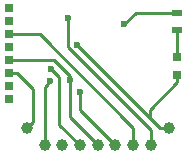
<source format=gtl>
G04 #@! TF.FileFunction,Copper,L1,Top,Signal*
%FSLAX46Y46*%
G04 Gerber Fmt 4.6, Leading zero omitted, Abs format (unit mm)*
G04 Created by KiCad (PCBNEW (2015-08-03 BZR 6047)-product) date Mon 05 Oct 2015 04:51:26 PM CEST*
%MOMM*%
G01*
G04 APERTURE LIST*
%ADD10C,0.100000*%
%ADD11C,1.000000*%
%ADD12R,0.800000X0.800000*%
%ADD13R,0.797560X0.797560*%
%ADD14R,0.900000X0.500000*%
%ADD15C,0.600000*%
%ADD16C,0.250000*%
G04 APERTURE END LIST*
D10*
D11*
X103000000Y-100000000D03*
X104500000Y-100000000D03*
X106000000Y-100000000D03*
X107500000Y-100000000D03*
X109000000Y-100000000D03*
X110500000Y-100000000D03*
X112000000Y-100000000D03*
X101500000Y-98500000D03*
X113500000Y-98500000D03*
D12*
X100000000Y-88400000D03*
X100000000Y-89500000D03*
X100000000Y-90600000D03*
X100000000Y-91700000D03*
X100000000Y-92800000D03*
X100000000Y-93900000D03*
X100000000Y-95000000D03*
X100000000Y-96100000D03*
D13*
X114250000Y-92500000D03*
X114250000Y-93998600D03*
D14*
X114250000Y-88750000D03*
X114250000Y-90250000D03*
D15*
X103484355Y-94549859D03*
X109750000Y-89750000D03*
X105124993Y-94432943D03*
X106000010Y-95500000D03*
X105750000Y-91500000D03*
X103499992Y-93500000D03*
X105000000Y-89250000D03*
D16*
X103000000Y-95034214D02*
X103184356Y-94849858D01*
X103000000Y-100000000D02*
X103000000Y-95034214D01*
X103184356Y-94849858D02*
X103484355Y-94549859D01*
X109750000Y-89750000D02*
X110750000Y-88750000D01*
X110750000Y-88750000D02*
X114250000Y-88750000D01*
X105124993Y-94432943D02*
X105124993Y-97624993D01*
X105124993Y-94124993D02*
X105124993Y-94432943D01*
X103800000Y-92800000D02*
X105124993Y-94124993D01*
X107000001Y-99500001D02*
X107500000Y-100000000D01*
X100000000Y-92800000D02*
X103800000Y-92800000D01*
X105124993Y-97624993D02*
X107000001Y-99500001D01*
X106000010Y-95924264D02*
X106000010Y-95500000D01*
X106000010Y-97000010D02*
X106000010Y-95924264D01*
X109000000Y-100000000D02*
X106000010Y-97000010D01*
X100000000Y-90600000D02*
X102600000Y-90600000D01*
X102600000Y-90600000D02*
X110500000Y-98500000D01*
X110500000Y-98500000D02*
X110500000Y-99292894D01*
X110500000Y-99292894D02*
X110500000Y-100000000D01*
X114250000Y-93998600D02*
X114250000Y-94647380D01*
X114250000Y-94647380D02*
X111931106Y-96966274D01*
X111931106Y-96966274D02*
X111931106Y-97681106D01*
X112750000Y-98500000D02*
X111931106Y-97681106D01*
X111931106Y-97681106D02*
X107500000Y-93250000D01*
X107500000Y-93250000D02*
X105750000Y-91500000D01*
X113500000Y-98500000D02*
X112750000Y-98500000D01*
X101500000Y-98500000D02*
X101999999Y-98000001D01*
X101999999Y-98000001D02*
X101999999Y-95249999D01*
X101999999Y-95249999D02*
X100650000Y-93900000D01*
X100650000Y-93900000D02*
X100000000Y-93900000D01*
X106000000Y-100000000D02*
X104250000Y-98250000D01*
X104250000Y-98250000D02*
X104250000Y-94250008D01*
X104250000Y-94250008D02*
X103799991Y-93799999D01*
X103799991Y-93799999D02*
X103499992Y-93500000D01*
X105000000Y-89674264D02*
X105000000Y-89250000D01*
X112000000Y-98675002D02*
X105000000Y-91675002D01*
X105000000Y-91675002D02*
X105000000Y-89674264D01*
X112000000Y-100000000D02*
X112000000Y-98675002D01*
X114250000Y-90250000D02*
X114250000Y-92500000D01*
M02*

</source>
